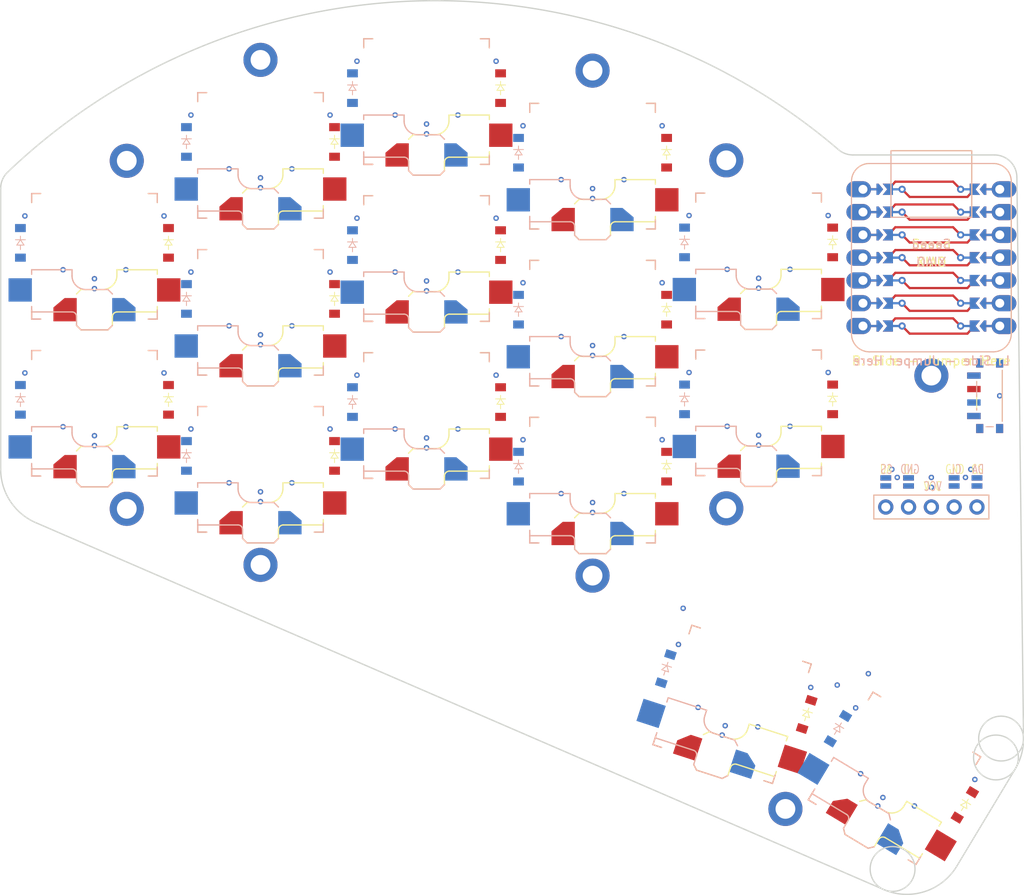
<source format=kicad_pcb>
(kicad_pcb (version 20221018) (generator pcbnew)
  (title_block (title "snak_30") (rev "0.2.1") (company "JackMatanky"))
  (layers (0 "F.Cu" signal) (31 "B.Cu" signal) (34 "B.Paste" user) (35 "F.Paste" user) (36 "B.SilkS" user "B.Silkscreen") (37 "F.SilkS" user "F.Silkscreen") (38 "B.Mask" user) (39 "F.Mask" user) (44 "Edge.Cuts" user))
  (net 0 "")
  (net 1 "C1")
  (net 2 "pinky_mid")
  (net 3 "pinky_top")
  (net 4 "ring_bot")
  (net 5 "C2")
  (net 6 "ring_mid")
  (net 7 "ring_top")
  (net 8 "middle_bot")
  (net 9 "C3")
  (net 10 "middle_mid")
  (net 11 "middle_top")
  (net 12 "index_bot")
  (net 13 "C4")
  (net 14 "index_mid")
  (net 15 "index_top")
  (net 16 "C5")
  (net 17 "inner_mid")
  (net 18 "inner_top")
  (net 19 "out_home")
  (net 20 "in_home")
  (net 21 "R2")
  (net 22 "R1")
  (net 23 "R3")
  (net 24 "R4")
  (net 25 "P5")
  (net 26 "P6")
  (net 27 "RAW5V")
  (net 28 "GND")
  (net 29 "RAW3V3")
  (net 30 "DPD")
  (net 31 "DPE")
  (net 32 "DPC")
  (net 33 "P7")
  (net 34 "MCU1_0")
  (net 35 "MCU1_13")
  (net 36 "MCU1_1")
  (net 37 "MCU1_12")
  (net 38 "MCU1_2")
  (net 39 "MCU1_11")
  (net 40 "MCU1_3")
  (net 41 "MCU1_10")
  (net 42 "MCU1_4")
  (net 43 "MCU1_9")
  (net 44 "MCU1_5")
  (net 45 "MCU1_8")
  (net 46 "MCU1_6")
  (net 47 "MCU1_7")
  (net 48 "VCC")
  (net 49 "DISP1_1")
  (net 50 "DISP1_2")
  (net 51 "DISP1_4")
  (net 52 "DISP1_5")
  (net 53 "MOSI")
  (net 54 "SCK")
  (net 55 "CS")
  (net 56 "BAT_POS")
  (net 57 "pos")
  (footprint "PG1350" (layer "F.Cu") (at 174 64.95 180)
    (fp_text reference "S13" hide)
    (fp_text value "")
  )
  (footprint "ceoloide:diode_tht_sod123" (layer "F.Cu") (at 145.25 46.25 -90)
    (fp_text reference "D8" hide)
    (fp_text value "")
  )
  (footprint "VIA-0.6mm" (layer "F.Cu") (at 118.5 73.75)
    (fp_text reference "REF**" hide)
    (fp_text value "VIA-0.6mm" hide)
  )
  (footprint "mounting_hole" (layer "F.Cu") (at 170.4 54.3)
    (fp_text reference "H7" hide)
    (fp_text value "")
  )
  (footprint "VIA-0.6mm" (layer "F.Cu") (at 184.812703 115.344165 -31)
    (fp_text reference "REF**" hide)
    (fp_text value "VIA-0.6mm" hide)
  )
  (footprint "VIA-0.6mm" (layer "F.Cu") (at 170.277458 117.327641 -18)
    (fp_text reference "REF**" hide)
    (fp_text value "VIA-0.6mm" hide)
  )
  (footprint "VIA-0.6mm" (layer "F.Cu") (at 100 68.6)
    (fp_text reference "REF**" hide)
    (fp_text value "VIA-0.6mm" hide)
  )
  (footprint "VIA-0.6mm" (layer "F.Cu") (at 181.75 60.45)
    (fp_text reference "REF**" hide)
    (fp_text value "VIA-0.6mm" hide)
  )
  (footprint "VIA-0.6mm" (layer "F.Cu") (at 174 86.05)
    (fp_text reference "REF**" hide)
    (fp_text value "VIA-0.6mm" hide)
  )
  (footprint "mounting_hole" (layer "F.Cu") (at 170.4 93.1)
    (fp_text reference "H8" hide)
    (fp_text value "")
  )
  (footprint "VIA-0.6mm" (layer "F.Cu") (at 163.25 50.45)
    (fp_text reference "REF**" hide)
    (fp_text value "VIA-0.6mm" hide)
  )
  (footprint "VIA-0.6mm" (layer "F.Cu") (at 193.25 90.75)
    (fp_text reference "REF**" hide)
    (fp_text value "VIA-0.6mm" hide)
  )
  (footprint "VIA-0.6mm" (layer "F.Cu") (at 155.5 76.05)
    (fp_text reference "REF**" hide)
    (fp_text value "VIA-0.6mm" hide)
  )
  (footprint "VIA-0.6mm" (layer "F.Cu") (at 197.05 89.65)
    (fp_text reference "REF**" hide)
    (fp_text value "VIA-0.6mm" hide)
  )
  (footprint "mounting_hole" (layer "F.Cu") (at 118.5 43.1)
    (fp_text reference "H3" hide)
    (fp_text value "")
  )
  (footprint "VIA-0.6mm" (layer "F.Cu") (at 133.5 49.25)
    (fp_text reference "REF**" hide)
    (fp_text value "VIA-0.6mm" hide)
  )
  (footprint "VIA-0.6mm" (layer "F.Cu") (at 174 68.55)
    (fp_text reference "REF**" hide)
    (fp_text value "VIA-0.6mm" hide)
  )
  (footprint "power_switch" (layer "F.Cu") (at 199.725 80.55)
    (fp_text reference "SW1" hide)
    (fp_text value "")
  )
  (footprint "VIA-0.6mm" (layer "F.Cu") (at 96.5 84)
    (fp_text reference "REF**" hide)
    (fp_text value "VIA-0.6mm" hide)
  )
  (footprint "VIA-0.6mm" (layer "F.Cu") (at 137 51.35)
    (fp_text reference "REF**" hide)
    (fp_text value "VIA-0.6mm" hide)
  )
  (footprint "VIA-0.6mm" (layer "F.Cu") (at 177.5 66.45)
    (fp_text reference "REF**" hide)
    (fp_text value "VIA-0.6mm" hide)
  )
  (footprint "VIA-0.6mm" (layer "F.Cu") (at 92.25 78)
    (fp_text reference "REF**" hide)
    (fp_text value "VIA-0.6mm" hide)
  )
  (footprint "ceoloide:diode_tht_sod123" (layer "F.Cu") (at 163.75 70.95 -90)
    (fp_text reference "D10" hide)
    (fp_text value "")
  )
  (footprint "ceoloide:diode_tht_sod123" (layer "F.Cu") (at 108.25 63.5 -90)
    (fp_text reference "D2" hide)
    (fp_text value "")
  )
  (footprint "VIA-0.6mm" (layer "F.Cu") (at 170.5 83.95)
    (fp_text reference "REF**" hide)
    (fp_text value "VIA-0.6mm" hide)
  )
  (footprint "ceoloide:diode_tht_sod123" (layer "F.Cu") (at 126.75 69.75 -90)
    (fp_text reference "D4" hide)
    (fp_text value "")
  )
  (footprint "VIA-0.6mm" (layer "F.Cu") (at 174 67.45)
    (fp_text reference "REF**" hide)
    (fp_text value "VIA-0.6mm" hide)
  )
  (footprint "VIA-0.6mm" (layer "F.Cu") (at 159 73.95)
    (fp_text reference "REF**" hide)
    (fp_text value "VIA-0.6mm" hide)
  )
  (footprint "VIA-0.6mm" (layer "F.Cu") (at 159 56.45)
    (fp_text reference "REF**" hide)
    (fp_text value "VIA-0.6mm" hide)
  )
  (footprint "mounting_hole" (layer "F.Cu") (at 118.5 99.4)
    (fp_text reference "H4" hide)
    (fp_text value "")
  )
  (footprint "VIA-0.6mm" (layer "F.Cu") (at 126.25 66.75)
    (fp_text reference "REF**" hide)
    (fp_text value "VIA-0.6mm" hide)
  )
  (footprint "ceoloide:diode_tht_sod123" (layer "F.Cu") (at 196.982265 126.156276 -121)
    (fp_text reference "D15" hide)
    (fp_text value "")
  )
  (footprint "PG1350" (layer "F.Cu") (at 171.05 114.95 162)
    (fp_text reference "S14" hide)
    (fp_text value "")
  )
  (footprint "ceoloide:diode_tht_sod123" (layer "F.Cu") (at 145.25 81.25 -90)
    (fp_text reference "D6" hide)
    (fp_text value "")
  )
  (footprint "VIA-0.6mm" (layer "F.Cu") (at 129.25 43.25)
    (fp_text reference "REF**" hide)
    (fp_text value "VIA-0.6mm" hide)
  )
  (footprint "VIA-0.6mm" (layer "F.Cu") (at 110.75 49.25)
    (fp_text reference "REF**" hide)
    (fp_text value "VIA-0.6mm" hide)
  )
  (footprint "VIA-0.6mm" (layer "F.Cu") (at 181.75 77.95)
    (fp_text reference "REF**" hide)
    (fp_text value "VIA-0.6mm" hide)
  )
  (footprint "VIA-0.6mm" (layer "F.Cu") (at 103.5 66.5)
    (fp_text reference "REF**" hide)
    (fp_text value "VIA-0.6mm" hide)
  )
  (footprint "ceoloide:diode_tht_sod123" (layer "F.Cu") (at 163.75 53.45 -90)
    (fp_text reference "D11" hide)
    (fp_text value "")
  )
  (footprint "ceoloide:diode_tht_sod123" (layer "F.Cu") (at 126.75 52.25 -90)
    (fp_text reference "D5" hide)
    (fp_text value "")
  )
  (footprint "VIA-0.6mm" (layer "F.Cu") (at 118.5 56.25)
    (fp_text reference "REF**" hide)
    (fp_text value "VIA-0.6mm" hide)
  )
  (footprint "VIA-0.6mm" (layer "F.Cu") (at 140.5 84.25)
    (fp_text reference "REF**" hide)
    (fp_text value "VIA-0.6mm" hide)
  )
  (footprint "VIA-0.6mm" (layer "F.Cu") (at 193.25 89.65)
    (fp_text reference "REF**" hide)
    (fp_text value "VIA-0.6mm" hide)
  )
  (footprint "VIA-0.6mm" (layer "F.Cu") (at 166.25 77.95)
    (fp_text reference "REF**" hide)
    (fp_text value "VIA-0.6mm" hide)
  )
  (footprint "VIA-0.6mm" (layer "F.Cu") (at 115 72.75)
    (fp_text reference "REF**" hide)
    (fp_text value "VIA-0.6mm" hide)
  )
  (footprint "VIA-0.6mm" (layer "F.Cu") (at 163.25 67.95)
    (fp_text reference "REF**" hide)
    (fp_text value "VIA-0.6mm" hide)
  )
  (footprint "VIA-0.6mm" (layer "F.Cu") (at 122 55.25)
    (fp_text reference "REF**" hide)
    (fp_text value "VIA-0.6mm" hide)
  )
  (footprint "PG1350" (layer "F.Cu") (at 155.5 89.95 180)
    (fp_text reference "S9" hide)
    (fp_text value "")
  )
  (footprint "VIA-0.6mm" (layer "F.Cu") (at 187.283941 126.278765 -31)
    (fp_text reference "REF**" hide)
    (fp_text value "VIA-0.6mm" hide)
  )
  (footprint "VIA-0.6mm" (layer "F.Cu") (at 122 72.75)
    (fp_text reference "REF**" hide)
    (fp_text value "VIA-0.6mm" hide)
  )
  (footprint "VIA-0.6mm" (layer "F.Cu") (at 147.75 67.95)
    (fp_text reference "REF**" hide)
    (fp_text value "VIA-0.6mm" hide)
  )
  (footprint "VIA-0.6mm" (layer "F.Cu") (at 191.365606 126.281347 -31)
    (fp_text reference "REF**" hide)
    (fp_text value "VIA-0.6mm" hide)
  )
  (footprint "VIA-0.6mm" (layer "F.Cu") (at 165.069889 108.275364 -18)
    (fp_text reference "REF**" hide)
    (fp_text value "VIA-0.6mm" hide)
  )
  (footprint "VIA-0.6mm" (layer "F.Cu") (at 118.5 57.35)
    (fp_text reference "REF**" hide)
    (fp_text value "VIA-0.6mm" hide)
  )
  (footprint "VIA-0.6mm" (layer "F.Cu") (at 198.098796 123.327255 -31)
    (fp_text reference "REF**" hide)
    (fp_text value "VIA-0.6mm" hide)
  )
  (footprint "mounting_hole" (layer "F.Cu") (at 155.5 100.6)
    (fp_text reference "H6" hide)
    (fp_text value "")
  )
  (footprint "VIA-0.6mm" (layer "F.Cu") (at 140.5 66.75)
    (fp_text reference "REF**" hide)
    (fp_text value "VIA-0.6mm" hide)
  )
  (footprint "VIA-0.6mm" (layer "F.Cu") (at 155.5 92.45)
    (fp_text reference "REF**" hide)
    (fp_text value "VIA-0.6mm" hide)
  )
  (footprint "PG1350" (layer "F.Cu") (at 118.5 53.75 180)
    (fp_text reference "S5" hide)
    (fp_text value "")
  )
  (footprint "VIA-0.6mm" (layer "F.Cu") (at 107.75 60.5)
    (fp_text reference "REF**" hide)
    (fp_text value "VIA-0.6mm" hide)
  )
  (footprint "VIA-0.6mm" (layer "F.Cu") (at 155.5 57.45)
    (fp_text reference "REF**" hide)
    (fp_text value "VIA-0.6mm" hide)
  )
  (footprint "ceoloide:diode_tht_sod123" (layer "F.Cu") (at 182.25 63.45 -90)
    (fp_text reference "D13" hide)
    (fp_text value "")
  )
  (footprint "VIA-0.6mm" (layer "F.Cu") (at 155.5 58.55)
    (fp_text reference "REF**" hide)
    (fp_text value "VIA-0.6mm" hide)
  )
  (footprint "mounting_hole" (layer "F.Cu") (at 103.6 54.35)
    (fp_text reference "H1" hide)
    (fp_text value "")
  )
  (footprint "VIA-0.6mm" (layer "F.Cu") (at 186.22998 111.529217 -31)
    (fp_text reference "REF**" hide)
    (fp_text value "VIA-0.6mm" hide)
  )
  (footprint "ceoloide:diode_tht_sod123" (layer "F.Cu") (at 179.359742 116.072805 -108)
    (fp_text reference "D14" hide)
    (fp_text value "")
  )
  (footprint "VIA-0.6mm" (layer "F.Cu") (at 122 90.25)
    (fp_text reference "REF**" hide)
    (fp_text value "VIA-0.6mm" hide)
  )
  (footprint "VIA-0.6mm" (layer "F.Cu") (at 152 73.95)
    (fp_text reference "REF**" hide)
    (fp_text value "VIA-0.6mm" hide)
  )
  (footprint "VIA-0.6mm" (layer "F.Cu") (at 177.5 83.95)
    (fp_text reference "REF**" hide)
    (fp_text value "VIA-0.6mm" hide)
  )
  (footprint "VIA-0.6mm" (layer "F.Cu") (at 173.915172 117.458144 -18)
    (fp_text reference "REF**" hide)
    (fp_text value "VIA-0.6mm" hide)
  )
  (footprint "nice!view" (layer "F.Cu") (at 193.25 76.25)
    (fp_text reference "DISP1" hide)
    (fp_text value "")
  )
  (footprint "PG1350" (layer "F.Cu") (at 137 65.25 180)
    (fp_text reference "S7" hide)
    (fp_text value "")
  )
  (footprint "VIA-0.6mm" (layer "F.Cu") (at 137 86.35)
    (fp_text reference "REF**" hide)
    (fp_text value "VIA-0.6mm" hide)
  )
  (footprint "VIA-0.6mm" (layer "F.Cu") (at 179.811265 113.065127 -18)
    (fp_text reference "REF**" hide)
    (fp_text value "VIA-0.6mm" hide)
  )
  (footprint "VIA-0.6mm" (layer "F.Cu") (at 152 91.45)
    (fp_text reference "REF**" hide)
    (fp_text value "VIA-0.6mm" hide)
  )
  (footprint "VIA-0.6mm" (layer "F.Cu") (at 185.365435 122.676081 -31)
    (fp_text reference "REF**" hide)
    (fp_text value "VIA-0.6mm" hide)
  )
  (footprint "VIA-0.6mm" (layer "F.Cu") (at 140.5 49.25)
    (fp_text reference "REF**" hide)
    (fp_text value "VIA-0.6mm" hide)
  )
  (footprint "PG1350" (layer "F.Cu") (at 118.5 71.25 180)
    (fp_text reference "S4" hide)
    (fp_text value "")
  )
  (footprint "VIA-0.6mm" (layer "F.Cu") (at 115 55.25)
    (fp_text reference "REF**" hide)
    (fp_text value "VIA-0.6mm" hide)
  )
  (footprint "VIA-0.6mm" (layer "F.Cu") (at 137 68.85)
    (fp_text reference "REF**" hide)
    (fp_text value "VIA-0.6mm" hide)
  )
  (footprint "PG1350" (layer "F.Cu") (at 100 82.5 180)
    (fp_text reference "S1" hide)
    (fp_text value "")
  )
  (footprint "VIA-0.6mm" (layer "F.Cu") (at 92.25 60.5)
    (fp_text reference "REF**" hide)
    (fp_text value "VIA-0.6mm" hide)
  )
  (footprint "PG1350" (layer "F.Cu") (at 137 47.75 180)
    (fp_text reference "S8" hide)
    (fp_text value "")
  )
  (footprint "mounting_hole" (layer "F.Cu") (at 193.25 78.3)
    (fp_text reference "H10" hide)
    (fp_text value "")
  )
  (footprint "VIA-0.6mm" (layer "F.Cu") (at 144.75 78.25)
    (fp_text reference "REF**" hide)
    (fp_text value "VIA-0.6mm" hide)
  )
  (footprint "ceoloide:diode_tht_sod123" (layer "F.Cu") (at 126.75 87.25 -90)
    (fp_text reference "D3" hide)
    (fp_text value "")
  )
  (footprint "mounting_hole" (layer "F.Cu") (at 176.988866 126.60568 -18)
    (fp_text reference "H9" hide)
    (fp_text value "")
  )
  (footprint "VIA-0.6mm" (layer "F.Cu") (at 110.75 66.75)
    (fp_text reference "REF**" hide)
    (fp_text value "VIA-0.6mm" hide)
  )
  (footprint "PG1350" (layer "F.Cu") (at 100 65 180)
    (fp_text reference "S2" hide)
    (fp_text value "")
  )
  (footprint "VIA-0.6mm" (layer "F.Cu") (at 155.5 93.55)
    (fp_text reference "REF**" hide)
    (fp_text value "VIA-0.6mm" hide)
  )
  (footprint "ceoloide:diode_tht_sod123" (layer "F.Cu") (at 163.75 88.45 -90)
    (fp_text reference "D9" hide)
    (fp_text value "")
  )
  (footprint "PG1350" (layer "F.Cu") (at 155.5 72.45 180)
    (fp_text reference "S10" hide)
    (fp_text value "")
  )
  (footprint "VIA-0.6mm" (layer "F.Cu") (at 159 91.45)
    (fp_text reference "REF**" hide)
    (fp_text value "VIA-0.6mm" hide)
  )
  (footprint "PG1350" (layer "F.Cu") (at 174 82.45 180)
    (fp_text reference "S12" hide)
    (fp_text value "")
  )
  (footprint "VIA-0.6mm" (layer "F.Cu") (at 137 85.25)
    (fp_text reference "REF**" hide)
    (fp_text value "VIA-0.6mm" hide)
  )
  (footprint "VIA-0.6mm" (layer "F.Cu") (at 133.5 66.75)
    (fp_text reference "REF**" hide)
    (fp_text value "VIA-0.6mm" hide)
  )
  (footprint "VIA-0.6mm" (layer "F.Cu") (at 174 84.95)
    (fp_text reference "REF**" hide)
    (fp_text value "VIA-0.6mm" hide)
  )
  (footprint "VIA-0.6mm" (layer "F.Cu") (at 115 90.25)
    (fp_text reference "REF**" hide)
    (fp_text value "VIA-0.6mm" hide)
  )
  (footprint "VIA-0.6mm" (layer "F.Cu") (at 126.25 84.25)
    (fp_text reference "REF**" hide)
    (fp_text value "VIA-0.6mm" hide)
  )
  (footprint "mounting_hole" (layer "F.Cu") (at 103.6 93.15)
    (fp_text reference "H2" hide)
    (fp_text value "")
  )
  (footprint "VIA-0.6mm" (layer "F.Cu") (at 182.763413 112.797633 -18)
    (fp_text reference "REF**" hide)
    (fp_text value "VIA-0.6mm" hide)
  )
  (footprint "VIA-0.6mm" (layer "F.Cu") (at 107.75 78)
    (fp_text reference "REF**" hide)
    (fp_text value "VIA-0.6mm" hide)
  )
  (footprint "VIA-0.6mm" (layer "F.Cu") (at 133.5 84.25)
    (fp_text reference "REF**" hide)
    (fp_text value "VIA-0.6mm" hide)
  )
  (footprint "mounting_hole" (layer "F.Cu") (at 155.5 44.3)
    (fp_text reference "H5" hide)
    (fp_text value "")
  )
  (footprint "PG1350" (layer "F.Cu") (at 155.5 54.95 180)
    (fp_text reference "S11" hide)
    (fp_text value "")
  )
  (footprint "VIA-0.6mm" (layer "F.Cu") (at 188.85 88.75)
    (fp_text reference "REF**" hide)
    (fp_text value "VIA-0.6mm" hide)
  )
  (footprint "VIA-0.6mm" (layer "F.Cu") (at 155.5 74.95)
    (fp_text reference "REF**" hide)
    (fp_text value "VIA-0.6mm" hide)
  )
  (footprint "VIA-0.6mm" (layer "F.Cu") (at 166.25 60.45)
    (fp_text reference "REF**" hide)
    (fp_text value "VIA-0.6mm" hide)
  )
  (footprint "VIA-0.6mm" (layer "F.Cu") (at 137 67.75)
    (fp_text reference "REF**" hide)
    (fp_text value "VIA-0.6mm" hide)
  )
  (footprint "VIA-0.6mm" (layer "F.Cu") (at 129.25 78.25)
    (fp_text reference "REF**" hide)
    (fp_text value "VIA-0.6mm" hide)
  )
  (footprint "VIA-0.6mm" (layer "F.Cu") (at 118.5 74.85)
    (fp_text reference "REF**" hide)
    (fp_text value "VIA-0.6mm" hide)
  )
  (footprint "ceoloide:diode_tht_sod123" (layer "F.Cu") (at 182.25 80.95 -90)
    (fp_text reference "D12" hide)
    (fp_text value "")
  )
  (footprint "VIA-0.6mm" (layer "F.Cu") (at 200.8625 80.55)
    (fp_text reference "REF**" hide)
    (fp_text value "VIA-0.6mm" hide)
  )
  (footprint "VIA-0.6mm" (layer "F.Cu") (at 103.5 84)
    (fp_text reference "REF**" hide)
    (fp_text value "VIA-0.6mm" hide)
  )
  (footprint "VIA-0.6mm" (layer "F.Cu") (at 100 86.1)
    (fp_text reference "REF**" hide)
    (fp_text value "VIA-0.6mm" hide)
  )
  (footprint "VIA-0.6mm" (layer "F.Cu") (at 126.25 49.25)
    (fp_text reference "REF**" hide)
    (fp_text value "VIA-0.6mm" hide)
  )
  (footprint "ceoloide:diode_tht_sod123" (layer "F.Cu") (at 108.25 81 -90)
    (fp_text reference "D1" hide)
    (fp_text value "")
  )
  (footprint "VIA-0.6mm" (layer "F.Cu") (at 96.5 66.5)
    (fp_text reference "REF**" hide)
    (fp_text value "VIA-0.6mm" hide)
  )
  (footprint "VIA-0.6mm" (layer "F.Cu") (at 129.25 60.75)
    (fp_text reference "REF**" hide)
    (fp_text value "VIA-0.6mm" hide)
  )
  (footprint "VIA-0.6mm" (layer "F.Cu") (at 197.65 88.75)
    (fp_text reference "REF**" hide)
    (fp_text value "VIA-0.6mm" hide)
  )
  (footprint "PG1350" (layer "F.Cu") (at 137 82.75 180)
    (fp_text reference "S6" hide)
    (fp_text value "")
  )
  (footprint "VIA-0.6mm" (layer "F.Cu") (at 144.75 60.75)
    (fp_text reference "REF**" hide)
    (fp_text value "VIA-0.6mm" hide)
  )
  (footprint "ceoloide:diode_tht_sod123" (layer "F.Cu") (at 145.25 63.75 -90)
    (fp_text reference "D7" hide)
    (fp_text value "")
  )
  (footprint "PG1350" (layer "F.Cu") (at 189.138078 123.192963 149)
    (fp_text reference "S15" hide)
    (fp_text value "")
  )
  (footprint "VIA-0.6mm" (layer "F.Cu") (at 144.75 43.25)
    (fp_text reference "REF**" hide)
    (fp_text value "VIA-0.6mm" hide)
  )
  (footprint "xiao-ble-tht" (layer "F.Cu") (at 193.25 65.15)
    (fp_text reference "")
    (fp_text value "")
  )
  (footprint "VIA-0.6mm" (layer "F.Cu") (at 187.850483 125.335881 -31)
    (fp_text reference "REF**" hide)
    (fp_text value "VIA-0.6mm" hide)
  )
  (footprint "VIA-0.6mm" (layer "F.Cu") (at 163.25 85.45)
    (fp_text reference "REF**" hide)
    (fp_text value "VIA-0.6mm" hide)
  )
  (footprint "VIA-0.6mm" (layer "F.Cu") (at 167.257777 115.295025 -18)
    (fp_text reference "REF**" hide)
    (fp_text value "VIA-0.6mm" hide)
  )
  (footprint "VIA-0.6mm" (layer "F.Cu") (at 100 67.5)
    (fp_text reference "REF**" hide)
    (fp_text value "VIA-0.6mm" hide)
  )
  (footprint "VIA-0.6mm" (layer "F.Cu") (at 110.75 84.25)
    (fp_text reference "REF**" hide)
    (fp_text value "VIA-0.6mm" hide)
  )
  (footprint "VIA-0.6mm" (layer "F.Cu") (at 137 50.25)
    (fp_text reference "REF**" hide)
    (fp_text value "VIA-0.6mm" hide)
  )
  (footprint "VIA-0.6mm" (layer "F.Cu") (at 169.937539 118.373804 -18)
    (fp_text reference "REF**" hide)
    (fp_text value "VIA-0.6mm" hide)
  )
  (footprint "VIA-0.6mm" (layer "F.Cu") (at 165.592664 104.239375 -18)
    (fp_text reference "REF**" hide)
    (fp_text value "VIA-0.6mm" hide)
  )
  (footprint "VIA-0.6mm" (layer "F.Cu") (at 147.75 85.45)
    (fp_text reference "REF**" hide)
    (fp_text value "VIA-0.6mm" hide)
  )
  (footprint "VIA-0.6mm" (layer "F.Cu") (at 100 85)
    (fp_text reference "REF**" hide)
    (fp_text value "VIA-0.6mm" hide)
  )
  (footprint "VIA-0.6mm" (layer "F.Cu") (at 147.75 50.45)
    (fp_text reference "REF**" hide)
    (fp_text value "VIA-0.6mm" hide)
  )
  (footprint "VIA-0.6mm" (layer "F.Cu") (at 152 56.45)
    (fp_text reference "REF**" hide)
    (fp_text value "VIA-0.6mm" hide)
  )
  (footprint "VIA-0.6mm" (layer "F.Cu") (at 189.45 89.65)
    (fp_text reference "REF**" hide)
    (fp_text value "VIA-0.6mm" hide)
  )
  (footprint "VIA-0.6mm" (layer "F.Cu") (at 118.5 91.25)
    (fp_text reference "REF**" hide)
    (fp_text value "VIA-0.6mm" hide)
  )
  (footprint "PG1350" (layer "F.Cu") (at 118.5 88.75 180)
    (fp_text reference "S3" hide)
    (fp_text value "")
  )
  (footprint "VIA-0.6mm" (layer "F.Cu") (at 118.5 92.35)
    (fp_text reference "REF**" hide)
    (fp_text value "VIA-0.6mm" hide)
  )
  (footprint "VIA-0.6mm" (layer "F.Cu") (at 170.5 66.45)
    (fp_text reference "REF**" hide)
    (fp_text value "VIA-0.6mm" hide)
  )
  (footprint "ceoloide:diode_tht_sod123" (layer "B.Cu") (at 128.75 81.25 -90)
    (fp_text reference "D21" hide)
    (fp_text value "")
  )
  (footprint "ceoloide:diode_tht_sod123" (layer "B.Cu") (at 110.25 52.25 -90)
    (fp_text reference "D20" hide)
    (fp_text value "")
  )
  (footprint "ceoloide:diode_tht_sod123" (layer "B.Cu") (at 147.25 70.95 -90)
    (fp_text reference "D25" hide)
    (fp_text value "")
  )
  (footprint "ceoloide:diode_tht_sod123" (layer "B.Cu") (at 165.75 80.95 -90)
    (fp_text reference "D27" hide)
    (fp_text value "")
  )
  (footprint "ceoloide:diode_tht_sod123" (layer "B.Cu") (at 91.75 81 -90)
    (fp_text reference "D16" hide)
    (fp_text value "")
  )
  (footprint "ceoloide:diode_tht_sod123" (layer "B.Cu") (at 91.75 63.5 -90)
    (fp_text reference "D17" hide)
    (fp_text value "")
  )
  (footprint "ceoloide:diode_tht_sod123" (layer "B.Cu") (at 165.75 63.45 -90)
    (fp_text reference "D28" hide)
    (fp_text value "")
  )
  (footprint "ceoloide:diode_tht_sod123" (layer "B.Cu") (at 182.839005 117.658148 -121)
    (fp_text reference "D30" hide)
    (fp_text value "")
  )
  (footprint "ceoloide:diode_tht_sod123" (layer "B.Cu") (at 128.75 46.25 -90)
    (fp_text reference "D23" hide)
    (fp_text value "")
  )
  (footprint "ceoloide:diode_tht_sod123" (layer "B.Cu") (at 110.25 87.25 -90)
    (fp_text reference "D18" hide)
    (fp_text value "")
  )
  (footprint "ceoloide:diode_tht_sod123" (layer "B.Cu") (at 128.75 63.75 -90)
    (fp_text reference "D22" hide)
    (fp_text value "")
  )
  (footprint "ceoloide:diode_tht_sod123" (layer "B.Cu") (at 110.25 69.75 -90)
    (fp_text reference "D19" hide)
    (fp_text value "")
  )
  (footprint "ceoloide:diode_tht_sod123" (layer "B.Cu") (at 163.667309 110.974025 -108)
    (fp_text reference "D29" hide)
    (fp_text value "")
  )
  (footprint "ceoloide:diode_tht_sod123" (layer "B.Cu") (at 147.25 53.45 -90)
    (fp_text reference "D26" hide)
    (fp_text value "")
  )
  (footprint "ceoloide:diode_tht_sod123" (layer "B.Cu") (at 147.25 88.45 -90)
    (fp_text reference "D24" hide)
    (fp_text value "")
  )
  (gr_line (start 202.779262 56.170389) (end 203.520343 118.734141) (stroke (width 0.15)) (layer "Edge.Cuts"))
  (gr_arc (start 90.322556 55.621534) (mid 136.120093 36.525614) (end 182.889792 53.098601) (stroke (width 0.15)) (layer "Edge.Cuts"))
  (gr_arc (start 93.467423 94.69609) (mid 90.616919 92.299308) (end 89.55 88.731168) (stroke (width 0.15)) (layer "Edge.Cuts"))
  (gr_arc (start 89.55 57.428725) (mid 89.751238 56.446027) (end 90.322556 55.621534) (stroke (width 0.15)) (layer "Edge.Cuts"))
  (gr_arc (start 187.936138 135.597336) (mid 189.922736 131.008934) (end 187.936138 135.597336) (stroke (width 0.15)) (layer "Edge.Cuts"))
  (gr_line (start 89.55 88.731168) (end 89.55 57.428725) (stroke (width 0.15)) (layer "Edge.Cuts"))
  (gr_arc (start 203.520343 118.734141) (mid 198.520695 118.793363) (end 203.520343 118.734141) (stroke (width 0.15)) (layer "Edge.Cuts"))
  (gr_arc (start 200.279438 53.700001) (mid 202.036704 54.421796) (end 202.779262 56.170389) (stroke (width 0.15)) (layer "Edge.Cuts"))
  (gr_arc (start 203.520344 118.734141) (mid 203.294575 120.511054) (end 202.592387 122.158877) (stroke (width 0.15)) (layer "Edge.Cuts"))
  (gr_line (start 202.592387 122.158877) (end 196.090303 132.980162) (stroke (width 0.15)) (layer "Edge.Cuts"))
  (gr_arc (start 184.516234 53.7) (mid 183.6492 53.544835) (end 182.889792 53.098601) (stroke (width 0.15)) (layer "Edge.Cuts"))
  (gr_line (start 187.936138 135.597336) (end 93.467423 94.69609) (stroke (width 0.15)) (layer "Edge.Cuts"))
  (gr_line (start 184.516234 53.7) (end 200.279438 53.7) (stroke (width 0.15)) (layer "Edge.Cuts"))
  (gr_arc (start 196.090303 132.980163) (mid 192.505156 135.821442) (end 187.936138 135.597336) (stroke (width 0.15)) (layer "Edge.Cuts"))
  (gr_arc (start 202.592387 122.158877) (mid 198.306551 119.583687) (end 202.592387 122.158877) (stroke (width 0.15)) (layer "Edge.Cuts"))
  (segment (start 190.83 58.38) (end 189.99 57.53) (width 0.25) (layer "F.Cu") (net 1))
  (segment (start 198.03 57.53) (end 197.27 58.38) (width 0.25) (layer "F.Cu") (net 1))
  (segment (start 197.27 58.38) (end 190.83 58.38) (width 0.25) (layer "F.Cu") (net 1))
  (segment (start 188.47 57.53) (end 189.99 57.53) (width 0.25) (layer "B.Cu") (net 1))
  (segment (start 198.03 60.07) (end 197.27 60.92) (width 0.25) (layer "F.Cu") (net 5))
  (segment (start 190.83 60.92) (end 189.99 60.07) (width 0.25) (layer "F.Cu") (net 5))
  (segment (start 197.27 60.92) (end 190.83 60.92) (width 0.25) (layer "F.Cu") (net 5))
  (segment (start 188.47 60.07) (end 189.99 60.07) (width 0.25) (layer "B.Cu") (net 5))
  (segment (start 198.03 62.61) (end 197.27 63.46) (width 0.25) (layer "F.Cu") (net 9))
  (segment (start 190.83 63.46) (end 189.99 62.61) (width 0.25) (layer "F.Cu") (net 9))
  (segment (start 197.27 63.46) (end 190.83 63.46) (width 0.25) (layer "F.Cu") (net 9))
  (segment (start 188.47 62.61) (end 189.99 62.61) (width 0.25) (layer "B.Cu") (net 9))
  (segment (start 190.83 66) (end 189.99 65.15) (width 0.25) (layer "F.Cu") (net 13))
  (segment (start 198.03 65.15) (end 197.27 66) (width 0.25) (layer "F.Cu") (net 13))
  (segment (start 197.27 66) (end 190.83 66) (width 0.25) (layer "F.Cu") (net 13))
  (segment (start 188.47 65.15) (end 189.99 65.15) (width 0.25) (layer "B.Cu") (net 13))
  (segment (start 197.27 68.54) (end 190.83 68.54) (width 0.25) (layer "F.Cu") (net 16))
  (segment (start 190.83 68.54) (end 189.99 67.69) (width 0.25) (layer "F.Cu") (net 16))
  (segment (start 198.03 67.69) (end 197.27 68.54) (width 0.25) (layer "F.Cu") (net 16))
  (segment (start 188.47 67.69) (end 189.99 67.69) (width 0.25) (layer "B.Cu") (net 16))
  (segment (start 198.03 70.23) (end 197.27 71.08) (width 0.25) (layer "F.Cu") (net 25))
  (segment (start 197.27 71.08) (end 190.83 71.08) (width 0.25) (layer "F.Cu") (net 25))
  (segment (start 190.83 71.08) (end 189.99 70.23) (width 0.25) (layer "F.Cu") (net 25))
  (segment (start 188.47 70.23) (end 189.99 70.23) (width 0.25) (layer "B.Cu") (net 25))
  (segment (start 198.03 72.77) (end 197.27 73.62) (width 0.25) (layer "F.Cu") (net 26))
  (segment (start 190.83 73.62) (end 189.99 72.77) (width 0.25) (layer "F.Cu") (net 26))
  (segment (start 197.27 73.62) (end 190.83 73.62) (width 0.25) (layer "F.Cu") (net 26))
  (segment (start 188.47 72.77) (end 189.99 72.77) (width 0.25) (layer "B.Cu") (net 26))
  (segment (start 195.67 56.68) (end 196.51 57.53) (width 0.25) (layer "F.Cu") (net 27))
  (segment (start 189.23 56.68) (end 195.67 56.68) (width 0.25) (layer "F.Cu") (net 27))
  (segment (start 188.47 57.53) (end 189.23 56.68) (width 0.25) (layer "F.Cu") (net 27))
  (segment (start 198.03 57.53) (end 196.51 57.53) (width 0.25) (layer "B.Cu") (net 27))
  (segment (start 189.23 59.22) (end 195.67 59.22) (width 0.25) (layer "F.Cu") (net 28))
  (segment (start 195.67 59.22) (end 196.51 60.07) (width 0.25) (layer "F.Cu") (net 28))
  (segment (start 188.47 60.07) (end 189.23 59.22) (width 0.25) (layer "F.Cu") (net 28))
  (segment (start 198.03 60.07) (end 196.51 60.07) (width 0.25) (layer "B.Cu") (net 28))
  (segment (start 195.67 61.76) (end 196.51 62.61) (width 0.25) (layer "F.Cu") (net 29))
  (segment (start 189.23 61.76) (end 195.67 61.76) (width 0.25) (layer "F.Cu") (net 29))
  (segment (start 188.47 62.61) (end 189.23 61.76) (width 0.25) (layer "F.Cu") (net 29))
  (segment (start 198.03 62.61) (end 196.51 62.61) (width 0.25) (layer "B.Cu") (net 29))
  (segment (start 195.67 64.3) (end 196.51 65.15) (width 0.25) (layer "F.Cu") (net 30))
  (segment (start 188.47 65.15) (end 189.23 64.3) (width 0.25) (layer "F.Cu") (net 30))
  (segment (start 189.23 64.3) (end 195.67 64.3) (width 0.25) (layer "F.Cu") (net 30))
  (segment (start 198.03 65.15) (end 196.51 65.15) (width 0.25) (layer "B.Cu") (net 30))
  (segment (start 188.47 67.69) (end 189.23 66.84) (width 0.25) (layer "F.Cu") (net 31))
  (segment (start 189.23 66.84) (end 195.67 66.84) (width 0.25) (layer "F.Cu") (net 31))
  (segment (start 195.67 66.84) (end 196.51 67.69) (width 0.25) (layer "F.Cu") (net 31))
  (segment (start 198.03 67.69) (end 196.51 67.69) (width 0.25) (layer "B.Cu") (net 31))
  (segment (start 189.23 69.38) (end 195.67 69.38) (width 0.25) (layer "F.Cu") (net 32))
  (segment (start 195.67 69.38) (end 196.51 70.23) (width 0.25) (layer "F.Cu") (net 32))
  (segment (start 188.47 70.23) (end 189.23 69.38) (width 0.25) (layer "F.Cu") (net 32))
  (segment (start 198.03 70.23) (end 196.51 70.23) (width 0.25) (layer "B.Cu") (net 32))
  (segment (start 189.23 71.92) (end 195.67 71.92) (width 0.25) (layer "F.Cu") (net 33))
  (segment (start 188.47 72.77) (end 189.23 71.92) (width 0.25) (layer "F.Cu") (net 33))
  (segment (start 195.67 71.92) (end 196.51 72.77) (width 0.25) (layer "F.Cu") (net 33))
  (segment (start 198.03 72.77) (end 196.51 72.77) (width 0.25) (layer "B.Cu") (net 33))
  (segment (start 187.63 57.53) (end 185.63 57.53) (width 0.25) (layer "F.Cu") (net 34))
  (segment (start 187.63 57.53) (end 185.63 57.53) (width 0.25) (layer "B.Cu") (net 34))
  (segment (start 198.87 57.53) (end 200.87 57.53) (width 0.25) (layer "F.Cu") (net 35))
  (segment (start 198.87 57.53) (end 200.87 57.53) (width 0.25) (layer "B.Cu") (net 35))
  (segment (start 187.63 60.07) (end 185.63 60.07) (width 0.25) (layer "F.Cu") (net 36))
  (segment (start 187.63 60.07) (end 185.63 60.07) (width 0.25) (layer "B.Cu") (net 36))
  (segment (start 198.87 60.07) (end 200.87 60.07) (width 0.25) (layer "F.Cu") (net 37))
  (segment (start 198.87 60.07) (end 200.87 60.07) (width 0.25) (layer "B.Cu") (net 37))
  (segment (start 187.63 62.61) (end 185.63 62.61) (width 0.25) (layer "F.Cu") (net 38))
  (segment (start 187.63 62.61) (end 185.63 62.61) (width 0.25) (layer "B.Cu") (net 38))
  (segment (start 198.87 62.61) (end 200.87 62.61) (width 0.25) (layer "F.Cu") (net 39))
  (segment (start 198.87 62.61) (end 200.87 62.61) (width 0.25) (layer "B.Cu") (net 39))
  (segment (start 187.63 65.15) (end 185.63 65.15) (width 0.25) (layer "F.Cu") (net 40))
  (segment (start 187.63 65.15) (end 185.63 65.15) (width 0.25) (layer "B.Cu") (net 40))
  (segment (start 198.87 65.15) (end 200.87 65.15) (width 0.25) (layer "F.Cu") (net 41))
  (segment (start 198.87 65.15) (end 200.87 65.15) (width 0.25) (layer "B.Cu") (net 41))
  (segment (start 187.63 67.69) (end 185.63 67.69) (width 0.25) (layer "F.Cu") (net 42))
  (segment (start 187.63 67.69) (end 185.63 67.69) (width 0.25) (layer "B.Cu") (net 42))
  (segment (start 198.87 67.69) (end 200.87 67.69) (width 0.25) (layer "F.Cu") (net 43))
  (segment (start 198.87 67.69) (end 200.87 67.69) (width 0.25) (layer "B.Cu") (net 43))
  (segment (start 187.63 70.23) (end 185.63 70.23) (width 0.25) (layer "F.Cu") (net 44))
  (segment (start 187.63 70.23) (end 185.63 70.23) (width 0.25) (layer "B.Cu") (net 44))
  (segment (start 198.87 70.23) (end 200.87 70.23) (width 0.25) (layer "F.Cu") (net 45))
  (segment (start 198.87 70.23) (end 200.87 70.23) (width 0.25) (layer "B.Cu") (net 45))
  (segment (start 187.63 72.77) (end 185.63 72.77) (width 0.25) (layer "F.Cu") (net 46))
  (segment (start 187.63 72.77) (end 185.63 72.77) (width 0.25) (layer "B.Cu") (net 46))
  (segment (start 198.87 72.77) (end 200.87 72.77) (width 0.25) (layer "F.Cu") (net 47))
  (segment (start 198.87 72.77) (end 200.87 72.77) (width 0.25) (layer "B.Cu") (net 47))
)
</source>
